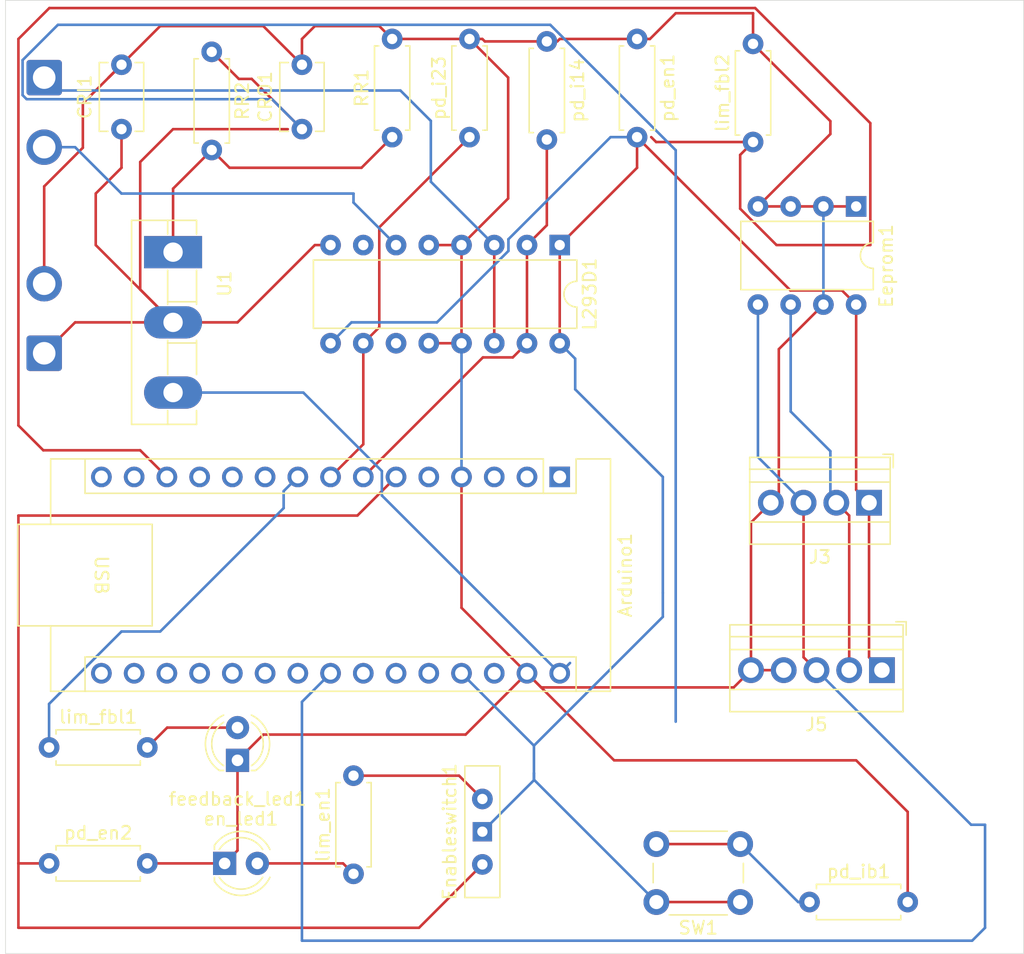
<source format=kicad_pcb>
(kicad_pcb (version 20240108) (generator "pcbnew") (generator_version "8.0")
  (layers (0 "F.Cu" signal) (31 "B.Cu" signal) (34 "B.Paste" user) (35 "F.Paste" user) (36 "B.SilkS" user "B.Silkscreen") (37 "F.SilkS" user "F.Silkscreen") (38 "B.Mask" user) (39 "F.Mask" user) (44 "Edge.Cuts" user))
  (net 0 "")
  (net 2 "+12C")
  (net 3 "Net-(Arduino1-D4)")
  (net 4 "GND")
  (net 9 "Net-(Arduino1-VIN)")
  (net 12 "Net-(Arduino1-D10)")
  (net 13 "Net-(Arduino1-A4)")
  (net 19 "Net-(J2-Pin_2)")
  (net 22 "Net-(J2-Pin_1)")
  (net 24 "Net-(Arduino1-D5)")
  (net 26 "+5V")
  (net 28 "unconnected-(L293D1-2A-Pad7)")
  (net 30 "Net-(Enableswitch1-A)")
  (net 31 "Net-(feedback_led1-A)")
  (net 32 "Net-(en_led1-A)")
  (net 35 "Net-(Arduino1-D6)")
  (net 37 "Net-(Arduino1-D3)")
  (net 39 "Net-(Arduino1-A5)")
  (net 40 "Net-(SW1-Pad2)")
  (net 41 "Net-(U1-ADJ)")
  (footprint "Connector_Wire:SolderWire-1sqmm_1x02_P5.4mm_D1.4mm_OD2.7mm" (layer "F.Cu") (at 32 77.4 90)
    (property "Reference" "J1" (hide yes))
    (property "Value" "12V_in")
    (pad "1" thru_hole roundrect (at 0 0 90) (size 2.75 2.75) (drill 1.75) (layers "*.Cu" "*.Mask") (roundrect_rratio 0.090909) (net 2 "+12C"))
    (pad "2" thru_hole circle (at 5.4 0 90) (size 2.75 2.75) (drill 1.75) (layers "*.Cu" "*.Mask") (net 4 "GND"))
  )
  (footprint "LED_THT:LED_D4.0mm" (layer "F.Cu") (at 47 109 90)
    (property "Reference" "feedback_led1" (at -3 0 0) (layer "F.SilkS"))
    (property "Value" "LED")
    (fp_line (start -0.79 -1.399) (end -0.79 -1.08) (stroke (width 0.12)) (layer "F.SilkS"))
    (fp_line (start -0.79 1.08) (end -0.79 1.399) (stroke (width 0.12)) (layer "F.SilkS"))
    (fp_arc (start -0.79 -1.398749) (mid 1.453519 -2.483228) (end 3.513242 -1.080724) (stroke (width 0.12)) (layer "F.SilkS"))
    (fp_arc (start -0.41333 -1.08) (mid 1.269429 -2) (end 2.952713 -1.080961) (stroke (width 0.12)) (layer "F.SilkS"))
    (fp_arc (start 3.513242 1.080724) (mid 1.453519 2.483228) (end -0.79 1.398749) (stroke (width 0.12)) (layer "F.SilkS"))
    (fp_arc (start 2.952713 1.080961) (mid 1.269429 2) (end -0.41333 1.08) (stroke (width 0.12)) (layer "F.SilkS"))
    (pad "1" thru_hole rect (at 0 0 90) (size 1.8 1.8) (drill 0.9) (layers "*.Cu" "*.Mask") (net 4 "GND"))
    (pad "2" thru_hole circle (at 2.54 0 90) (size 1.8 1.8) (drill 0.9) (layers "*.Cu" "*.Mask") (net 31 "Net-(feedback_led1-A)"))
  )
  (footprint "Resistor_THT:R_Axial_DIN0207_L6.3mm_D2.5mm_P7.62mm_Horizontal" (layer "F.Cu") (at 65 60.62 90)
    (property "Reference" "pd_i23" (at 3.81 -2.37 90) (layer "F.SilkS"))
    (property "Value" "R" (hide yes))
    (fp_line (start 7.08 -1.37) (end 7.08 -1.04) (stroke (width 0.12)) (layer "F.SilkS"))
    (fp_line (start 0.54 -1.37) (end 7.08 -1.37) (stroke (width 0.12)) (layer "F.SilkS"))
    (fp_line (start 0.54 -1.04) (end 0.54 -1.37) (stroke (width 0.12)) (layer "F.SilkS"))
    (fp_line (start 0.54 1.04) (end 0.54 1.37) (stroke (width 0.12)) (layer "F.SilkS"))
    (fp_line (start 7.08 1.37) (end 7.08 1.04) (stroke (width 0.12)) (layer "F.SilkS"))
    (fp_line (start 0.54 1.37) (end 7.08 1.37) (stroke (width 0.12)) (layer "F.SilkS"))
    (pad "1" thru_hole circle (at 0 0 90) (size 1.6 1.6) (drill 0.8) (layers "*.Cu" "*.Mask") (net 24 "Net-(Arduino1-D5)"))
    (pad "2" thru_hole oval (at 7.62 0 90) (size 1.6 1.6) (drill 0.8) (layers "*.Cu" "*.Mask") (net 4 "GND"))
  )
  (footprint "Connector_Wire:SolderWire-1sqmm_1x02_P5.4mm_D1.4mm_OD2.7mm" (layer "F.Cu") (at 32 56 -90)
    (property "Reference" "J2" (hide yes))
    (property "Value" "to_clock")
    (pad "1" thru_hole roundrect (at 0 0 270) (size 2.75 2.75) (drill 1.75) (layers "*.Cu" "*.Mask") (roundrect_rratio 0.090909) (net 22 "Net-(J2-Pin_1)"))
    (pad "2" thru_hole circle (at 5.4 0 270) (size 2.75 2.75) (drill 1.75) (layers "*.Cu" "*.Mask") (net 19 "Net-(J2-Pin_2)"))
  )
  (footprint "Capacitor_THT:C_Disc_D5.1mm_W3.2mm_P5.00mm" (layer "F.Cu") (at 52 60 90)
    (property "Reference" "CRO1" (at 2.5 -2.85 90) (layer "F.SilkS"))
    (property "Value" "10uF")
    (fp_line (start 5.17 -1.721) (end 5.17 -1.055) (stroke (width 0.12)) (layer "F.SilkS"))
    (fp_line (start -0.17 -1.721) (end 5.17 -1.721) (stroke (width 0.12)) (layer "F.SilkS"))
    (fp_line (start -0.17 -1.721) (end -0.17 -1.055) (stroke (width 0.12)) (layer "F.SilkS"))
    (fp_line (start 5.17 1.055) (end 5.17 1.721) (stroke (width 0.12)) (layer "F.SilkS"))
    (fp_line (start -0.17 1.055) (end -0.17 1.721) (stroke (width 0.12)) (layer "F.SilkS"))
    (fp_line (start -0.17 1.721) (end 5.17 1.721) (stroke (width 0.12)) (layer "F.SilkS"))
    (pad "1" thru_hole circle (at 0 0 90) (size 1.6 1.6) (drill 0.8) (layers "*.Cu" "*.Mask") (net 9 "Net-(Arduino1-VIN)"))
    (pad "2" thru_hole circle (at 5 0 90) (size 1.6 1.6) (drill 0.8) (layers "*.Cu" "*.Mask") (net 4 "GND"))
  )
  (footprint "Resistor_THT:R_Axial_DIN0207_L6.3mm_D2.5mm_P7.62mm_Horizontal" (layer "F.Cu") (at 32.38 108)
    (property "Reference" "lim_fbl1" (at 3.81 -2.37 0) (layer "F.SilkS"))
    (property "Value" "R")
    (fp_line (start 0.54 -1.37) (end 7.08 -1.37) (stroke (width 0.12)) (layer "F.SilkS"))
    (fp_line (start 0.54 -1.04) (end 0.54 -1.37) (stroke (width 0.12)) (layer "F.SilkS"))
    (fp_line (start 0.54 1.04) (end 0.54 1.37) (stroke (width 0.12)) (layer "F.SilkS"))
    (fp_line (start 0.54 1.37) (end 7.08 1.37) (stroke (width 0.12)) (layer "F.SilkS"))
    (fp_line (start 7.08 -1.37) (end 7.08 -1.04) (stroke (width 0.12)) (layer "F.SilkS"))
    (fp_line (start 7.08 1.37) (end 7.08 1.04) (stroke (width 0.12)) (layer "F.SilkS"))
    (pad "1" thru_hole circle (at 0 0) (size 1.6 1.6) (drill 0.8) (layers "*.Cu" "*.Mask") (net 35 "Net-(Arduino1-D6)"))
    (pad "2" thru_hole oval (at 7.62 0) (size 1.6 1.6) (drill 0.8) (layers "*.Cu" "*.Mask") (net 31 "Net-(feedback_led1-A)"))
  )
  (footprint "Resistor_THT:R_Axial_DIN0207_L6.3mm_D2.5mm_P7.62mm_Horizontal" (layer "F.Cu") (at 91.38 120)
    (property "Reference" "pd_ib1" (at 3.81 -2.37 0) (layer "F.SilkS"))
    (property "Value" "R")
    (fp_line (start 0.54 -1.37) (end 7.08 -1.37) (stroke (width 0.12)) (layer "F.SilkS"))
    (fp_line (start 0.54 -1.04) (end 0.54 -1.37) (stroke (width 0.12)) (layer "F.SilkS"))
    (fp_line (start 0.54 1.04) (end 0.54 1.37) (stroke (width 0.12)) (layer "F.SilkS"))
    (fp_line (start 0.54 1.37) (end 7.08 1.37) (stroke (width 0.12)) (layer "F.SilkS"))
    (fp_line (start 7.08 -1.37) (end 7.08 -1.04) (stroke (width 0.12)) (layer "F.SilkS"))
    (fp_line (start 7.08 1.37) (end 7.08 1.04) (stroke (width 0.12)) (layer "F.SilkS"))
    (pad "1" thru_hole circle (at 0 0) (size 1.6 1.6) (drill 0.8) (layers "*.Cu" "*.Mask") (net 40 "Net-(SW1-Pad2)"))
    (pad "2" thru_hole oval (at 7.62 0) (size 1.6 1.6) (drill 0.8) (layers "*.Cu" "*.Mask") (net 4 "GND"))
  )
  (footprint "Resistor_THT:R_Axial_DIN0207_L6.3mm_D2.5mm_P7.62mm_Horizontal" (layer "F.Cu") (at 45 54 -90)
    (property "Reference" "RR2" (at 3.81 -2.37 90) (layer "F.SilkS"))
    (property "Value" "330")
    (fp_line (start 0.54 1.37) (end 7.08 1.37) (stroke (width 0.12)) (layer "F.SilkS"))
    (fp_line (start 7.08 1.37) (end 7.08 1.04) (stroke (width 0.12)) (layer "F.SilkS"))
    (fp_line (start 0.54 1.04) (end 0.54 1.37) (stroke (width 0.12)) (layer "F.SilkS"))
    (fp_line (start 0.54 -1.04) (end 0.54 -1.37) (stroke (width 0.12)) (layer "F.SilkS"))
    (fp_line (start 0.54 -1.37) (end 7.08 -1.37) (stroke (width 0.12)) (layer "F.SilkS"))
    (fp_line (start 7.08 -1.37) (end 7.08 -1.04) (stroke (width 0.12)) (layer "F.SilkS"))
    (pad "1" thru_hole circle (at 0 0 270) (size 1.6 1.6) (drill 0.8) (layers "*.Cu" "*.Mask") (net 9 "Net-(Arduino1-VIN)"))
    (pad "2" thru_hole oval (at 7.62 0 270) (size 1.6 1.6) (drill 0.8) (layers "*.Cu" "*.Mask") (net 41 "Net-(U1-ADJ)"))
  )
  (footprint "Package_TO_SOT_THT:TO-3PB-3_Vertical" (layer "F.Cu") (at 42 69.55 -90)
    (property "Reference" "U1" (at 2.45 -4 90) (layer "F.SilkS"))
    (property "Value" "LM350_TO3")
    (fp_line (start -2.47 3.22) (end 13.37 3.22) (stroke (width 0.12)) (layer "F.SilkS"))
    (fp_line (start -2.47 0.421) (end -1.4 0.421) (stroke (width 0.12)) (layer "F.SilkS"))
    (fp_line (start 1.4 0.421) (end 4.051 0.421) (stroke (width 0.12)) (layer "F.SilkS"))
    (fp_line (start 6.85 0.421) (end 9.5 0.421) (stroke (width 0.12)) (layer "F.SilkS"))
    (fp_line (start 12.3 0.421) (end 13.37 0.421) (stroke (width 0.12)) (layer "F.SilkS"))
    (fp_line (start -2.47 -1.82) (end -2.47 3.22) (stroke (width 0.12)) (layer "F.SilkS"))
    (fp_line (start -2.47 -1.82) (end -1.4 -1.82) (stroke (width 0.12)) (layer "F.SilkS"))
    (fp_line (start 1.4 -1.82) (end 4.051 -1.82) (stroke (width 0.12)) (layer "F.SilkS"))
    (fp_line (start 3.85 -1.82) (end 3.85 0.421) (stroke (width 0.12)) (layer "F.SilkS"))
    (fp_line (start 6.85 -1.82) (end 9.5 -1.82) (stroke (width 0.12)) (layer "F.SilkS"))
    (fp_line (start 7.051 -1.82) (end 7.051 0.421) (stroke (width 0.12)) (layer "F.SilkS"))
    (fp_line (start 12.3 -1.82) (end 13.37 -1.82) (stroke (width 0.12)) (layer "F.SilkS"))
    (fp_line (start 13.37 -1.82) (end 13.37 3.22) (stroke (width 0.12)) (layer "F.SilkS"))
    (pad "1" thru_hole rect (at 0 0 270) (size 2.5 4.5) (drill 1.5) (layers "*.Cu" "*.Mask") (net 41 "Net-(U1-ADJ)"))
    (pad "2" thru_hole oval (at 5.45 0 270) (size 2.5 4.5) (drill 1.5) (layers "*.Cu" "*.Mask") (net 2 "+12C"))
    (pad "3" thru_hole oval (at 10.9 0 270) (size 2.5 4.5) (drill 1.5) (layers "*.Cu" "*.Mask") (net 9 "Net-(Arduino1-VIN)"))
  )
  (footprint "Package_DIP:DIP-8_W7.62mm" (layer "F.Cu") (at 95 66 -90)
    (property "Reference" "Eeprom1" (at 4.62 -2.33 90) (layer "F.SilkS"))
    (property "Value" "CAT24C256")
    (fp_line (start 1.16 8.95) (end 6.46 8.95) (stroke (width 0.12)) (layer "F.SilkS"))
    (fp_line (start 6.46 8.95) (end 6.46 -1.33) (stroke (width 0.12)) (layer "F.SilkS"))
    (fp_line (start 1.16 -1.33) (end 1.16 8.95) (stroke (width 0.12)) (layer "F.SilkS"))
    (fp_line (start 2.81 -1.33) (end 1.16 -1.33) (stroke (width 0.12)) (layer "F.SilkS"))
    (fp_line (start 6.46 -1.33) (end 4.81 -1.33) (stroke (width 0.12)) (layer "F.SilkS"))
    (fp_arc (start 4.81 -1.33) (mid 3.81 -0.33) (end 2.81 -1.33) (stroke (width 0.12)) (layer "F.SilkS"))
    (pad "1" thru_hole rect (at 0 0 270) (size 1.6 1.6) (drill 0.8) (layers "*.Cu" "*.Mask") (net 4 "GND"))
    (pad "2" thru_hole oval (at 0 2.54 270) (size 1.6 1.6) (drill 0.8) (layers "*.Cu" "*.Mask") (net 4 "GND"))
    (pad "3" thru_hole oval (at 0 5.08 270) (size 1.6 1.6) (drill 0.8) (layers "*.Cu" "*.Mask") (net 4 "GND"))
    (pad "4" thru_hole oval (at 0 7.62 270) (size 1.6 1.6) (drill 0.8) (layers "*.Cu" "*.Mask") (net 4 "GND"))
    (pad "5" thru_hole oval (at 7.62 7.62 270) (size 1.6 1.6) (drill 0.8) (layers "*.Cu" "*.Mask") (net 13 "Net-(Arduino1-A4)"))
    (pad "6" thru_hole oval (at 7.62 5.08 270) (size 1.6 1.6) (drill 0.8) (layers "*.Cu" "*.Mask") (net 39 "Net-(Arduino1-A5)"))
    (pad "7" thru_hole oval (at 7.62 2.54 270) (size 1.6 1.6) (drill 0.8) (layers "*.Cu" "*.Mask") (net 4 "GND"))
    (pad "8" thru_hole oval (at 7.62 0 270) (size 1.6 1.6) (drill 0.8) (layers "*.Cu" "*.Mask") (net 26 "+5V"))
  )
  (footprint "Resistor_THT:R_Axial_DIN0207_L6.3mm_D2.5mm_P7.62mm_Horizontal" (layer "F.Cu") (at 32.38 117)
    (property "Reference" "pd_en2" (at 3.81 -2.37 0) (layer "F.SilkS"))
    (property "Value" "R")
    (fp_line (start 0.54 -1.37) (end 7.08 -1.37) (stroke (width 0.12)) (layer "F.SilkS"))
    (fp_line (start 0.54 -1.04) (end 0.54 -1.37) (stroke (width 0.12)) (layer "F.SilkS"))
    (fp_line (start 0.54 1.04) (end 0.54 1.37) (stroke (width 0.12)) (layer "F.SilkS"))
    (fp_line (start 0.54 1.37) (end 7.08 1.37) (stroke (width 0.12)) (layer "F.SilkS"))
    (fp_line (start 7.08 -1.37) (end 7.08 -1.04) (stroke (width 0.12)) (layer "F.SilkS"))
    (fp_line (start 7.08 1.37) (end 7.08 1.04) (stroke (width 0.12)) (layer "F.SilkS"))
    (pad "1" thru_hole circle (at 0 0) (size 1.6 1.6) (drill 0.8) (layers "*.Cu" "*.Mask") (net 37 "Net-(Arduino1-D3)"))
    (pad "2" thru_hole oval (at 7.62 0) (size 1.6 1.6) (drill 0.8) (layers "*.Cu" "*.Mask") (net 4 "GND"))
  )
  (footprint "Button_Switch_THT:SW_Slide-03_Wuerth-WS-SLTV_10x2.5x6.4_P2.54mm" (layer "F.Cu") (at 66 114.54 90)
    (property "Reference" "Enableswitch1" (at 0 -2.54 90) (layer "F.SilkS"))
    (property "Value" "~")
    (fp_rect (start -5.11 -1.36) (end 5.11 1.36) (stroke (width 0.12)) (fill none) (layer "F.SilkS"))
    (pad "1" thru_hole rect (at 0 0 90) (size 1.5 1.5) (drill 0.8) (layers "*.Cu" "*.Mask") (net 26 "+5V"))
    (pad "2" thru_hole circle (at -2.54 0 90) (size 1.6 1.6) (drill 0.8) (layers "*.Cu" "*.Mask") (net 37 "Net-(Arduino1-D3)"))
    (pad "3" thru_hole circle (at 2.54 0 90) (size 1.6 1.6) (drill 0.8) (layers "*.Cu" "*.Mask") (net 30 "Net-(Enableswitch1-A)"))
  )
  (footprint "Resistor_THT:R_Axial_DIN0207_L6.3mm_D2.5mm_P7.62mm_Horizontal" (layer "F.Cu") (at 78 53 -90)
    (property "Reference" "pd_en1" (at 3.81 -2.37 90) (layer "F.SilkS"))
    (property "Value" "R")
    (fp_line (start 0.54 1.37) (end 7.08 1.37) (stroke (width 0.12)) (layer "F.SilkS"))
    (fp_line (start 7.08 1.37) (end 7.08 1.04) (stroke (width 0.12)) (layer "F.SilkS"))
    (fp_line (start 0.54 1.04) (end 0.54 1.37) (stroke (width 0.12)) (layer "F.SilkS"))
    (fp_line (start 0.54 -1.04) (end 0.54 -1.37) (stroke (width 0.12)) (layer "F.SilkS"))
    (fp_line (start 0.54 -1.37) (end 7.08 -1.37) (stroke (width 0.12)) (layer "F.SilkS"))
    (fp_line (start 7.08 -1.37) (end 7.08 -1.04) (stroke (width 0.12)) (layer "F.SilkS"))
    (pad "1" thru_hole circle (at 0 0 270) (size 1.6 1.6) (drill 0.8) (layers "*.Cu" "*.Mask") (net 4 "GND"))
    (pad "2" thru_hole oval (at 7.62 0 270) (size 1.6 1.6) (drill 0.8) (layers "*.Cu" "*.Mask") (net 26 "+5V"))
  )
  (footprint "Capacitor_THT:C_Disc_D5.1mm_W3.2mm_P5.00mm" (layer "F.Cu") (at 38 60 90)
    (property "Reference" "CRI1" (at 2.5 -2.85 90) (layer "F.SilkS"))
    (property "Value" "0.1uf")
    (fp_line (start 5.17 -1.721) (end 5.17 -1.055) (stroke (width 0.12)) (layer "F.SilkS"))
    (fp_line (start -0.17 -1.721) (end 5.17 -1.721) (stroke (width 0.12)) (layer "F.SilkS"))
    (fp_line (start -0.17 -1.721) (end -0.17 -1.055) (stroke (width 0.12)) (layer "F.SilkS"))
    (fp_line (start 5.17 1.055) (end 5.17 1.721) (stroke (width 0.12)) (layer "F.SilkS"))
    (fp_line (start -0.17 1.055) (end -0.17 1.721) (stroke (width 0.12)) (layer "F.SilkS"))
    (fp_line (start -0.17 1.721) (end 5.17 1.721) (stroke (width 0.12)) (layer "F.SilkS"))
    (pad "1" thru_hole circle (at 0 0 90) (size 1.6 1.6) (drill 0.8) (layers "*.Cu" "*.Mask") (net 2 "+12C"))
    (pad "2" thru_hole circle (at 5 0 90) (size 1.6 1.6) (drill 0.8) (layers "*.Cu" "*.Mask") (net 4 "GND"))
  )
  (footprint "LED_THT:LED_D4.0mm" (layer "F.Cu") (at 46 117)
    (property "Reference" "en_led1" (at 1.27 -3.46 0) (layer "F.SilkS"))
    (property "Value" "LED")
    (fp_line (start -0.79 -1.399) (end -0.79 -1.08) (stroke (width 0.12)) (layer "F.SilkS"))
    (fp_line (start -0.79 1.08) (end -0.79 1.399) (stroke (width 0.12)) (layer "F.SilkS"))
    (fp_arc (start -0.79 -1.398749) (mid 1.453519 -2.483228) (end 3.513242 -1.080724) (stroke (width 0.12)) (layer "F.SilkS"))
    (fp_arc (start -0.41333 -1.08) (mid 1.269429 -2) (end 2.952713 -1.080961) (stroke (width 0.12)) (layer "F.SilkS"))
    (fp_arc (start 2.952713 1.080961) (mid 1.269429 2) (end -0.41333 1.08) (stroke (width 0.12)) (layer "F.SilkS"))
    (fp_arc (start 3.513242 1.080724) (mid 1.453519 2.483228) (end -0.79 1.398749) (stroke (width 0.12)) (layer "F.SilkS"))
    (pad "1" thru_hole rect (at 0 0) (size 1.8 1.8) (drill 0.9) (layers "*.Cu" "*.Mask") (net 4 "GND"))
    (pad "2" thru_hole circle (at 2.54 0) (size 1.8 1.8) (drill 0.9) (layers "*.Cu" "*.Mask") (net 32 "Net-(en_led1-A)"))
  )
  (footprint "Module:Arduino_Nano" (layer "F.Cu") (at 72 87 -90)
    (property "Reference" "Arduino1" (at 7.62 -5.08 90) (layer "F.SilkS"))
    (property "Value" "Arduino_Nano_v3.x")
    (fp_line (start 3.68 42.04) (end 3.68 31.62) (stroke (width 0.12)) (layer "F.SilkS"))
    (fp_line (start 11.56 42.04) (end 3.68 42.04) (stroke (width 0.12)) (layer "F.SilkS"))
    (fp_line (start -1.4 39.5) (end 3.68 39.5) (stroke (width 0.12)) (layer "F.SilkS"))
    (fp_line (start 16.64 39.5) (end 11.56 39.5) (stroke (width 0.12)) (layer "F.SilkS"))
    (fp_line (start 16.64 39.5) (end 16.64 -3.94) (stroke (width 0.12)) (layer "F.SilkS"))
    (fp_line (start 1.27 36.83) (end -1.4 36.83) (stroke (width 0.12)) (layer "F.SilkS"))
    (fp_line (start 13.97 36.83) (end 16.64 36.83) (stroke (width 0.12)) (layer "F.SilkS"))
    (fp_line (start 3.68 31.62) (end 11.56 31.62) (stroke (width 0.12)) (layer "F.SilkS"))
    (fp_line (start 11.56 31.62) (end 11.56 42.04) (stroke (width 0.12)) (layer "F.SilkS"))
    (fp_line (start -1.4 1.27) (end -1.4 39.5) (stroke (width 0.12)) (layer "F.SilkS"))
    (fp_line (start 1.27 1.27) (end 1.27 36.83) (stroke (width 0.12)) (layer "F.SilkS"))
    (fp_line (start 1.27 1.27) (end -1.4 1.27) (stroke (width 0.12)) (layer "F.SilkS"))
    (fp_line (start 1.27 1.27) (end 1.27 -1.27) (stroke (width 0.12)) (layer "F.SilkS"))
    (fp_line (start 1.27 -1.27) (end -1.4 -1.27) (stroke (width 0.12)) (layer "F.SilkS"))
    (fp_line (start 13.97 -1.27) (end 13.97 36.83) (stroke (width 0.12)) (layer "F.SilkS"))
    (fp_line (start 13.97 -1.27) (end 16.64 -1.27) (stroke (width 0.12)) (layer "F.SilkS"))
    (fp_line (start -1.4 -3.94) (end -1.4 -1.27) (stroke (width 0.12)) (layer "F.SilkS"))
    (fp_line (start 16.64 -3.94) (end -1.4 -3.94) (stroke (width 0.12)) (layer "F.SilkS"))
    (fp_text user "USB" (at 7.62 35.56 -90) (layer "F.SilkS"))
    (pad "1" thru_hole rect (at 0 0 270) (size 1.6 1.6) (drill 1) (layers "*.Cu" "*.Mask"))
    (pad "2" thru_hole oval (at 0 2.54 270) (size 1.6 1.6) (drill 1) (layers "*.Cu" "*.Mask"))
    (pad "3" thru_hole oval (at 0 5.08 270) (size 1.6 1.6) (drill 1) (layers "*.Cu" "*.Mask"))
    (pad "4" thru_hole oval (at 0 7.62 270) (size 1.6 1.6) (drill 1) (layers "*.Cu" "*.Mask") (net 4 "GND"))
    (pad "5" thru_hole oval (at 0 10.16 270) (size 1.6 1.6) (drill 1) (layers "*.Cu" "*.Mask"))
    (pad "6" thru_hole oval (at 0 12.7 270) (size 1.6 1.6) (drill 1) (layers "*.Cu" "*.Mask") (net 37 "Net-(Arduino1-D3)"))
    (pad "7" thru_hole oval (at 0 15.24 270) (size 1.6 1.6) (drill 1) (layers "*.Cu" "*.Mask") (net 3 "Net-(Arduino1-D4)"))
    (pad "8" thru_hole oval (at 0 17.78 270) (size 1.6 1.6) (drill 1) (layers "*.Cu" "*.Mask") (net 24 "Net-(Arduino1-D5)"))
    (pad "9" thru_hole oval (at 0 20.32 270) (size 1.6 1.6) (drill 1) (layers "*.Cu" "*.Mask") (net 35 "Net-(Arduino1-D6)"))
    (pad "10" thru_hole oval (at 0 22.86 270) (size 1.6 1.6) (drill 1) (layers "*.Cu" "*.Mask"))
    (pad "11" thru_hole oval (at 0 25.4 270) (size 1.6 1.6) (drill 1) (layers "*.Cu" "*.Mask"))
    (pad "12" thru_hole oval (at 0 27.94 270) (size 1.6 1.6) (drill 1) (layers "*.Cu" "*.Mask"))
    (pad "13" thru_hole oval (at 0 30.48 270) (size 1.6 1.6) (drill 1) (layers "*.Cu" "*.Mask") (net 12 "Net-(Arduino1-D10)"))
    (pad "14" thru_hole oval (at 0 33.02 270) (size 1.6 1.6) (drill 1) (layers "*.Cu" "*.Mask"))
    (pad "15" thru_hole oval (at 0 35.56 270) (size 1.6 1.6) (drill 1) (layers "*.Cu" "*.Mask"))
    (pad "16" thru_hole oval (at 15.24 35.56 270) (size 1.6 1.6) (drill 1) (layers "*.Cu" "*.Mask"))
    (pad "17" thru_hole oval (at 15.24 33.02 270) (size 1.6 1.6) (drill 1) (layers "*.Cu" "*.Mask"))
    (pad "18" thru_hole oval (at 15.24 30.48 270) (size 1.6 1.6) (drill 1) (layers "*.Cu" "*.Mask"))
    (pad "19" thru_hole oval (at 15.24 27.94 270) (size 1.6 1.6) (drill 1) (layers "*.Cu" "*.Mask"))
    (pad "20" thru_hole oval (at 15.24 25.4 270) (size 1.6 1.6) (drill 1) (layers "*.Cu" "*.Mask"))
    (pad "21" thru_hole oval (at 15.24 22.86 270) (size 1.6 1.6) (drill 1) (layers "*.Cu" "*.Mask"))
    (pad "22" thru_hole oval (at 15.24 20.32 270) (size 1.6 1.6) (drill 1) (layers "*.Cu" "*.Mask"))
    (pad "23" thru_hole oval (at 15.24 17.78 270) (size 1.6 1.6) (drill 1) (layers "*.Cu" "*.Mask") (net 13 "Net-(Arduino1-A4)"))
    (pad "24" thru_hole oval (at 15.24 15.24 270) (size 1.6 1.6) (drill 1) (layers "*.Cu" "*.Mask") (net 39 "Net-(Arduino1-A5)"))
    (pad "25" thru_hole oval (at 15.24 12.7 270) (size 1.6 1.6) (drill 1) (layers "*.Cu" "*.Mask"))
    (pad "26" thru_hole oval (at 15.24 10.16 270) (size 1.6 1.6) (drill 1) (layers "*.Cu" "*.Mask"))
    (pad "27" thru_hole oval (at 15.24 7.62 270) (size 1.6 1.6) (drill 1) (layers "*.Cu" "*.Mask") (net 26 "+5V"))
    (pad "28" thru_hole oval (at 15.24 5.08 270) (size 1.6 1.6) (drill 1) (layers "*.Cu" "*.Mask"))
    (pad "29" thru_hole oval (at 15.24 2.54 270) (size 1.6 1.6) (drill 1) (layers "*.Cu" "*.Mask") (net 4 "GND"))
    (pad "30" thru_hole oval (at 15.24 0 270) (size 1.6 1.6) (drill 1) (layers "*.Cu" "*.Mask") (net 9 "Net-(Arduino1-VIN)"))
  )
  (footprint "TerminalBlock:TerminalBlock_Xinya_XY308-2.54-5P_1x05_P2.54mm_Horizontal" (layer "F.Cu") (at 97 102 180)
    (property "Reference" "J5" (at 5.08 -4.22 0) (layer "F.SilkS"))
    (property "Value" "to_RTC")
    (fp_line (start 11.8 -3.22) (end 11.8 3.52) (stroke (width 0.12)) (layer "F.SilkS"))
    (fp_line (start -1.64 3.52) (end 11.8 3.52) (stroke (width 0.12)) (layer "F.SilkS"))
    (fp_line (start -1.64 2.6) (end 11.8 2.6) (stroke (width 0.12)) (layer "F.SilkS"))
    (fp_line (start -1.64 1.6) (end 11.8 1.6) (stroke (width 0.12)) (layer "F.SilkS"))
    (fp_line (start -1.64 -1.501) (end 11.8 -1.501) (stroke (width 0.12)) (layer "F.SilkS"))
    (fp_line (start -1.64 -3.22) (end 11.8 -3.22) (stroke (width 0.12)) (layer "F.SilkS"))
    (fp_line (start -1.64 -3.22) (end -1.64 3.52) (stroke (width 0.12)) (layer "F.SilkS"))
    (fp_line (start -1.88 3.76) (end -1.08 3.76) (stroke (width 0.12)) (layer "F.SilkS"))
    (fp_line (start -1.88 2.72) (end -1.88 3.76) (stroke (width 0.12)) (layer "F.SilkS"))
    (pad "1" thru_hole rect (at 0 0 180) (size 2 2) (drill 1.2) (layers "*.Cu" "*.Mask") (net 26 "+5V"))
    (pad "2" thru_hole circle (at 2.54 0 180) (size 2 2) (drill 1.2) (layers "*.Cu" "*.Mask") (net 39 "Net-(Arduino1-A5)"))
    (pad "3" thru_hole circle (at 5.08 0 180) (size 2 2) (drill 1.2) (layers "*.Cu" "*.Mask") (net 13 "Net-(Arduino1-A4)"))
    (pad "4" thru_hole circle (at 7.62 0 180) (size 2 2) (drill 1.2) (layers "*.Cu" "*.Mask") (net 4 "GND"))
    (pad "5" thru_hole circle (at 10.16 0 180) (size 2 2) (drill 1.2) (layers "*.Cu" "*.Mask") (net 4 "GND"))
  )
  (footprint "Package_DIP:DIP-16_W7.62mm" (layer "F.Cu") (at 72 69 -90)
    (property "Reference" "L293D1" (at 3.81 -2.33 90) (layer "F.SilkS"))
    (property "Value" "L293D")
    (fp_line (start 1.16 19.11) (end 6.46 19.11) (stroke (width 0.12)) (layer "F.SilkS"))
    (fp_line (start 6.46 19.11) (end 6.46 -1.33) (stroke (width 0.12)) (layer "F.SilkS"))
    (fp_line (start 1.16 -1.33) (end 1.16 19.11) (stroke (width 0.12)) (layer "F.SilkS"))
    (fp_line (start 2.81 -1.33) (end 1.16 -1.33) (stroke (width 0.12)) (layer "F.SilkS"))
    (fp_line (start 6.46 -1.33) (end 4.81 -1.33) (stroke (width 0.12)) (layer "F.SilkS"))
    (fp_arc (start 4.81 -1.33) (mid 3.81 -0.33) (end 2.81 -1.33) (stroke (width 0.12)) (layer "F.SilkS"))
    (pad "1" thru_hole rect (at 0 0 270) (size 1.6 1.6) (drill 0.8) (layers "*.Cu" "*.Mask") (net 26 "+5V"))
    (pad "2" thru_hole oval (at 0 2.54 270) (size 1.6 1.6) (drill 0.8) (layers "*.Cu" "*.Mask") (net 3 "Net-(Arduino1-D4)"))
    (pad "3" thru_hole oval (at 0 5.08 270) (size 1.6 1.6) (drill 0.8) (layers "*.Cu" "*.Mask") (net 22 "Net-(J2-Pin_1)"))
    (pad "4" thru_hole oval (at 0 7.62 270) (size 1.6 1.6) (drill 0.8) (layers "*.Cu" "*.Mask") (net 4 "GND"))
    (pad "5" thru_hole oval (at 0 10.16 270) (size 1.6 1.6) (drill 0.8) (layers "*.Cu" "*.Mask") (net 4 "GND"))
    (pad "6" thru_hole oval (at 0 12.7 270) (size 1.6 1.6) (drill 0.8) (layers "*.Cu" "*.Mask"))
    (pad "7" thru_hole oval (at 0 15.24 270) (size 1.6 1.6) (drill 0.8) (layers "*.Cu" "*.Mask") (net 28 "unconnected-(L293D1-2A-Pad7)"))
    (pad "8" thru_hole oval (at 0 17.78 270) (size 1.6 1.6) (drill 0.8) (layers "*.Cu" "*.Mask") (net 2 "+12C"))
    (pad "9" thru_hole oval (at 7.62 17.78 270) (size 1.6 1.6) (drill 0.8) (layers "*.Cu" "*.Mask") (net 26 "+5V"))
    (pad "10" thru_hole oval (at 7.62 15.24 270) (size 1.6 1.6) (drill 0.8) (layers "*.Cu" "*.Mask") (net 24 "Net-(Arduino1-D5)"))
    (pad "11" thru_hole oval (at 7.62 12.7 270) (size 1.6 1.6) (drill 0.8) (layers "*.Cu" "*.Mask") (net 19 "Net-(J2-Pin_2)"))
    (pad "12" thru_hole oval (at 7.62 10.16 270) (size 1.6 1.6) (drill 0.8) (layers "*.Cu" "*.Mask") (net 4 "GND"))
    (pad "13" thru_hole oval (at 7.62 7.62 270) (size 1.6 1.6) (drill 0.8) (layers "*.Cu" "*.Mask") (net 4 "GND"))
    (pad "14" thru_hole oval (at 7.62 5.08 270) (size 1.6 1.6) (drill 0.8) (layers "*.Cu" "*.Mask"))
    (pad "15" thru_hole oval (at 7.62 2.54 270) (size 1.6 1.6) (drill 0.8) (layers "*.Cu" "*.Mask"))
    (pad "16" thru_hole oval (at 7.62 0 270) (size 1.6 1.6) (drill 0.8) (layers "*.Cu" "*.Mask") (net 26 "+5V"))
  )
  (footprint "Resistor_THT:R_Axial_DIN0207_L6.3mm_D2.5mm_P7.62mm_Horizontal" (layer "F.Cu") (at 87 61 90)
    (property "Reference" "lim_fbl2" (at 3.81 -2.37 90) (layer "F.SilkS"))
    (property "Value" "R")
    (fp_line (start 7.08 -1.37) (end 7.08 -1.04) (stroke (width 0.12)) (layer "F.SilkS"))
    (fp_line (start 0.54 -1.37) (end 7.08 -1.37) (stroke (width 0.12)) (layer "F.SilkS"))
    (fp_line (start 0.54 -1.04) (end 0.54 -1.37) (stroke (width 0.12)) (layer "F.SilkS"))
    (fp_line (start 0.54 1.04) (end 0.54 1.37) (stroke (width 0.12)) (layer "F.SilkS"))
    (fp_line (start 7.08 1.37) (end 7.08 1.04) (stroke (width 0.12)) (layer "F.SilkS"))
    (fp_line (start 0.54 1.37) (end 7.08 1.37) (stroke (width 0.12)) (layer "F.SilkS"))
    (pad "1" thru_hole circle (at 0 0 90) (size 1.6 1.6) (drill 0.8) (layers "*.Cu" "*.Mask") (net 12 "Net-(Arduino1-D10)"))
    (pad "2" thru_hole oval (at 7.62 0 90) (size 1.6 1.6) (drill 0.8) (layers "*.Cu" "*.Mask") (net 4 "GND"))
  )
  (footprint "Resistor_THT:R_Axial_DIN0207_L6.3mm_D2.5mm_P7.62mm_Horizontal" (layer "F.Cu") (at 56 117.81 90)
    (property "Reference" "lim_en1" (at 3.81 -2.37 90) (layer "F.SilkS"))
    (property "Value" "R")
    (fp_line (start 7.08 -1.37) (end 7.08 -1.04) (stroke (width 0.12)) (layer "F.SilkS"))
    (fp_line (start 0.54 -1.37) (end 7.08 -1.37) (stroke (width 0.12)) (layer "F.SilkS"))
    (fp_line (start 0.54 -1.04) (end 0.54 -1.37) (stroke (width 0.12)) (layer "F.SilkS"))
    (fp_line (start 0.54 1.04) (end 0.54 1.37) (stroke (width 0.12)) (layer "F.SilkS"))
    (fp_line (start 7.08 1.37) (end 7.08 1.04) (stroke (width 0.12)) (layer "F.SilkS"))
    (fp_line (start 0.54 1.37) (end 7.08 1.37) (stroke (width 0.12)) (layer "F.SilkS"))
    (pad "1" thru_hole circle (at 0 0 90) (size 1.6 1.6) (drill 0.8) (layers "*.Cu" "*.Mask") (net 32 "Net-(en_led1-A)"))
    (pad "2" thru_hole oval (at 7.62 0 90) (size 1.6 1.6) (drill 0.8) (layers "*.Cu" "*.Mask") (net 30 "Net-(Enableswitch1-A)"))
  )
  (footprint "Resistor_THT:R_Axial_DIN0207_L6.3mm_D2.5mm_P7.62mm_Horizontal" (layer "F.Cu") (at 71 53.19 -90)
    (property "Reference" "pd_i14" (at 3.81 -2.37 90) (layer "F.SilkS"))
    (property "Value" "R")
    (fp_line (start 0.54 1.37) (end 7.08 1.37) (stroke (width 0.12)) (layer "F.SilkS"))
    (fp_line (start 7.08 1.37) (end 7.08 1.04) (stroke (width 0.12)) (layer "F.SilkS"))
    (fp_line (start 0.54 1.04) (end 0.54 1.37) (stroke (width 0.12)) (layer "F.SilkS"))
    (fp_line (start 0.54 -1.04) (end 0.54 -1.37) (stroke (width 0.12)) (layer "F.SilkS"))
    (fp_line (start 0.54 -1.37) (end 7.08 -1.37) (stroke (width 0.12)) (layer "F.SilkS"))
    (fp_line (start 7.08 -1.37) (end 7.08 -1.04) (stroke (width 0.12)) (layer "F.SilkS"))
    (pad "1" thru_hole circle (at 0 0 270) (size 1.6 1.6) (drill 0.8) (layers "*.Cu" "*.Mask") (net 4 "GND"))
    (pad "2" thru_hole oval (at 7.62 0 270) (size 1.6 1.6) (drill 0.8) (layers "*.Cu" "*.Mask") (net 3 "Net-(Arduino1-D4)"))
  )
  (footprint "Button_Switch_THT:SW_PUSH_6mm" (layer "F.Cu") (at 86 120 180)
    (property "Reference" "SW1" (at 3.25 -2 0) (layer "F.SilkS"))
    (property "Value" "SW_Push" (hide yes))
    (fp_line (start 6.75 3) (end 6.75 1.5) (stroke (width 0.12)) (layer "F.SilkS"))
    (fp_line (start 5.5 -1) (end 1 -1) (stroke (width 0.12)) (layer "F.SilkS"))
    (fp_line (start 1 5.5) (end 5.5 5.5) (stroke (width 0.12)) (layer "F.SilkS"))
    (fp_line (start -0.25 1.5) (end -0.25 3) (stroke (width 0.12)) (layer "F.SilkS"))
    (pad "1" thru_hole circle (at 0 0 270) (size 2 2) (drill 1.1) (layers "*.Cu" "*.Mask") (net 26 "+5V"))
    (pad "1" thru_hole circle (at 6.5 0 270) (size 2 2) (drill 1.1) (layers "*.Cu" "*.Mask") (net 26 "+5V"))
    (pad "2" thru_hole circle (at 0 4.5 270) (size 2 2) (drill 1.1) (layers "*.Cu" "*.Mask") (net 40 "Net-(SW1-Pad2)"))
    (pad "2" thru_hole circle (at 6.5 4.5 270) (size 2 2) (drill 1.1) (layers "*.Cu" "*.Mask") (net 40 "Net-(SW1-Pad2)"))
  )
  (footprint "TerminalBlock:TerminalBlock_Xinya_XY308-2.54-4P_1x04_P2.54mm_Horizontal" (layer "F.Cu") (at 96 89 180)
    (property "Reference" "J3" (at 3.81 -4.22 0) (layer "F.SilkS"))
    (property "Value" "to_LCD")
    (fp_line (start 9.26 -3.22) (end 9.26 3.52) (stroke (width 0.12)) (layer "F.SilkS"))
    (fp_line (start -1.64 3.52) (end 9.26 3.52) (stroke (width 0.12)) (layer "F.SilkS"))
    (fp_line (start -1.64 2.6) (end 9.26 2.6) (stroke (width 0.12)) (layer "F.SilkS"))
    (fp_line (start -1.64 1.6) (end 9.26 1.6) (stroke (width 0.12)) (layer "F.SilkS"))
    (fp_line (start -1.64 -1.501) (end 9.26 -1.501) (stroke (width 0.12)) (layer "F.SilkS"))
    (fp_line (start -1.64 -3.22) (end 9.26 -3.22) (stroke (width 0.12)) (layer "F.SilkS"))
    (fp_line (start -1.64 -3.22) (end -1.64 3.52) (stroke (width 0.12)) (layer "F.SilkS"))
    (fp_line (start -1.88 3.76) (end -1.08 3.76) (stroke (width 0.12)) (layer "F.SilkS"))
    (fp_line (start -1.88 2.72) (end -1.88 3.76) (stroke (width 0.12)) (layer "F.SilkS"))
    (pad "1" thru_hole rect (at 0 0 180) (size 2 2) (drill 1.2) (layers "*.Cu" "*.Mask") (net 26 "+5V"))
    (pad "2" thru_hole circle (at 2.54 0 180) (size 2 2) (drill 1.2) (layers "*.Cu" "*.Mask") (net 39 "Net-(Arduino1-A5)"))
    (pad "3" thru_hole circle (at 5.08 0 180) (size 2 2) (drill 1.2) (layers "*.Cu" "*.Mask") (net 13 "Net-(Arduino1-A4)"))
    (pad "4" thru_hole circle (at 7.62 0 180) (size 2 2) (drill 1.2) (layers "*.Cu" "*.Mask") (net 4 "GND"))
  )
  (footprint "Resistor_THT:R_Axial_DIN0207_L6.3mm_D2.5mm_P7.62mm_Horizontal" (layer "F.Cu") (at 59 60.62 90)
    (property "Reference" "RR1" (at 3.81 -2.37 90) (layer "F.SilkS"))
    (property "Value" "1k")
    (fp_line (start 7.08 -1.37) (end 7.08 -1.04) (stroke (width 0.12)) (layer "F.SilkS"))
    (fp_line (start 0.54 -1.37) (end 7.08 -1.37) (stroke (width 0.12)) (layer "F.SilkS"))
    (fp_line (start 0.54 -1.04) (end 0.54 -1.37) (stroke (width 0.12)) (layer "F.SilkS"))
    (fp_line (start 0.54 1.04) (end 0.54 1.37) (stroke (width 0.12)) (layer "F.SilkS"))
    (fp_line (start 7.08 1.37) (end 7.08 1.04) (stroke (width 0.12)) (layer "F.SilkS"))
    (fp_line (start 0.54 1.37) (end 7.08 1.37) (stroke (width 0.12)) (layer "F.SilkS"))
    (pad "1" thru_hole circle (at 0 0 90) (size 1.6 1.6) (drill 0.8) (layers "*.Cu" "*.Mask") (net 41 "Net-(U1-ADJ)"))
    (pad "2" thru_hole oval (at 7.62 0 90) (size 1.6 1.6) (drill 0.8) (layers "*.Cu" "*.Mask") (net 4 "GND"))
  )
  (gr_rect (start 29 50) (end 108 124) (stroke (width 0.05)) (fill none) (layer "Edge.Cuts"))
  (segment (start 42 75) (end 36 69) (width 0.2) (layer "F.Cu") (net 2))
  (segment (start 47 75) (end 53 69) (width 0.2) (layer "F.Cu") (net 2))
  (segment (start 38 63) (end 38 60) (width 0.2) (layer "F.Cu") (net 2))
  (segment (start 36 65) (end 38 63) (width 0.2) (layer "F.Cu") (net 2))
  (segment (start 39.45 62.55) (end 42 60) (width 0.2) (layer "F.Cu") (net 2))
  (segment (start 42 75) (end 47 75) (width 0.2) (layer "F.Cu") (net 2))
  (segment (start 54.22 69) (end 53 69) (width 0.2) (layer "F.Cu") (net 2))
  (segment (start 36 69) (end 36 65) (width 0.2) (layer "F.Cu") (net 2))
  (segment (start 42 60) (end 50.9 60) (width 0.2) (layer "F.Cu") (net 2))
  (segment (start 42 75) (end 39.45 72.45) (width 0.2) (layer "F.Cu") (net 2))
  (segment (start 42 75) (end 34.4 75) (width 0.2) (layer "F.Cu") (net 2))
  (segment (start 34.4 75) (end 32 77.4) (width 0.2) (layer "F.Cu") (net 2))
  (segment (start 39.45 72.45) (end 39.45 62.55) (width 0.2) (layer "F.Cu") (net 2))
  (segment (start 66.04 77.72) (end 56.76 87) (width 0.2) (layer "F.Cu") (net 3))
  (segment (start 68.36 77.72) (end 66.04 77.72) (width 0.2) (layer "F.Cu") (net 3))
  (segment (start 69.46 69) (end 69.46 76.62) (width 0.2) (layer "F.Cu") (net 3))
  (segment (start 69.46 76.62) (end 68.36 77.72) (width 0.2) (layer "F.Cu") (net 3))
  (segment (start 71 67.46) (end 69.46 69) (width 0.2) (layer "F.Cu") (net 3))
  (segment (start 71 60.81) (end 71 67.46) (width 0.2) (layer "F.Cu") (net 3))
  (segment (start 52 53) (end 53 52) (width 0.2) (layer "F.Cu") (net 4))
  (segment (start 64.38 69) (end 64.38 76.62) (width 0.2) (layer "F.Cu") (net 4))
  (segment (start 37 56) (end 38 55) (width 0.2) (layer "F.Cu") (net 4))
  (segment (start 49 52) (end 52 55) (width 0.2) (layer "F.Cu") (net 4))
  (segment (start 32 64.444365) (end 35 61.444365) (width 0.2) (layer "F.Cu") (net 4))
  (segment (start 93 60.38) (end 93 59.38) (width 0.2) (layer "F.Cu") (net 4))
  (segment (start 87.38 66) (end 93 60.38) (width 0.2) (layer "F.Cu") (net 4))
  (segment (start 65 53) (end 66 53) (width 0.2) (layer "F.Cu") (net 4))
  (segment (start 64.38 69) (end 68 65.38) (width 0.2) (layer "F.Cu") (net 4))
  (segment (start 92.46 66) (end 95 66) (width 0.2) (layer "F.Cu") (net 4))
  (segment (start 81 51) (end 87 51) (width 0.2) (layer "F.Cu") (net 4))
  (segment (start 64.7 107) (end 69.46 102.24) (width 0.2) (layer "F.Cu") (net 4))
  (segment (start 89.92 66) (end 92.46 66) (width 0.2) (layer "F.Cu") (net 4))
  (segment (start 35 61.444365) (end 35 58) (width 0.2) (layer "F.Cu") (net 4))
  (segment (start 47 109) (end 49 107) (width 0.2) (layer "F.Cu") (net 4))
  (segment (start 78 53) (end 79 53) (width 0.2) (layer "F.Cu") (net 4))
  (segment (start 64.38 97.16) (end 69.46 102.24) (width 0.2) (layer "F.Cu") (net 4))
  (segment (start 71 53.19) (end 71.81 53.19) (width 0.2) (layer "F.Cu") (net 4))
  (segment (start 66.19 53.19) (end 71 53.19) (width 0.2) (layer "F.Cu") (net 4))
  (segment (start 47 116) (end 46 117) (width 0.2) (layer "F.Cu") (net 4))
  (segment (start 58 52) (end 59 53) (width 0.2) (layer "F.Cu") (net 4))
  (segment (start 47 109) (end 47 116) (width 0.2) (layer "F.Cu") (net 4))
  (segment (start 95 109) (end 99 113) (width 0.2) (layer "F.Cu") (net 4))
  (segment (start 52 55) (end 52 53) (width 0.2) (layer "F.Cu") (net 4))
  (segment (start 37 56) (end 41 52) (width 0.2) (layer "F.Cu") (net 4))
  (segment (start 87 51) (end 87 53.38) (width 0.2) (layer "F.Cu") (net 4))
  (segment (start 41 52) (end 49 52) (width 0.2) (layer "F.Cu") (net 4))
  (segment (start 53 52) (end 58 52) (width 0.2) (layer "F.Cu") (net 4))
  (segment (start 68 56) (end 65 53) (width 0.2) (layer "F.Cu") (net 4))
  (segment (start 86.84 102) (end 89.38 102) (width 0.2) (layer "F.Cu") (net 4))
  (segment (start 87.38 66) (end 89.92 66) (width 0.2) (layer "F.Cu") (net 4))
  (segment (start 93 59.38) (end 87 53.38) (width 0.2) (layer "F.Cu") (net 4))
  (segment (start 72 53) (end 78 53) (width 0.2) (layer "F.Cu") (net 4))
  (segment (start 66 53) (end 66.19 53.19) (width 0.2) (layer "F.Cu") (net 4))
  (segment (start 85.5 103.34) (end 70.56 103.34) (width 0.2) (layer "F.Cu") (net 4))
  (segment (start 86.84 90.54) (end 86.84 102) (width 0.2) (layer "F.Cu") (net 4))
  (segment (start 69.46 102.24) (end 76.22 109) (width 0.2) (layer "F.Cu") (net 4))
  (segment (start 79 53) (end 81 51) (width 0.2) (layer "F.Cu") (net 4))
  (segment (start 86.84 102) (end 85.5 103.34) (width 0.2) (layer "F.Cu") (net 4))
  (segment (start 88.38 89) (end 89 88.38) (width 0.2) (layer "F.Cu") (net 4))
  (segment (start 89 77.08) (end 92.46 73.62) (width 0.2) (layer "F.Cu") (net 4))
  (segment (start 70.56 103.34) (end 69.46 102.24) (width 0.2) (layer "F.Cu") (net 4))
  (segment (start 68 65.38) (end 68 56) (width 0.2) (layer "F.Cu") (net 4))
  (segment (start 61.84 76.62) (end 64.38 76.62) (width 0.2) (layer "F.Cu") (net 4))
  (segment (start 89 88.38) (end 89 77.08) (width 0.2) (layer "F.Cu") (net 4))
  (segment (start 99 120) (end 99 113) (width 0.2) (layer "F.Cu") (net 4))
  (segment (start 49 107) (end 64.7 107) (width 0.2) (layer "F.Cu") (net 4))
  (segment (start 32 72) (end 32 64.444365) (width 0.2) (layer "F.Cu") (net 4))
  (segment (start 59 53) (end 65 53) (width 0.2) (layer "F.Cu") (net 4))
  (segment (start 40 117) (end 46 117) (width 0.2) (layer "F.Cu") (net 4))
  (segment (start 64.38 87) (end 64.38 97.16) (width 0.2) (layer "F.Cu") (net 4))
  (segment (start 71.81 53.19) (end 72 53) (width 0.2) (layer "F.Cu") (net 4))
  (segment (start 88.38 89) (end 86.84 90.54) (width 0.2) (layer "F.Cu") (net 4))
  (segment (start 76.22 109) (end 95 109) (width 0.2) (layer "F.Cu") (net 4))
  (segment (start 61.84 69) (end 64.38 69) (width 0.2) (layer "F.Cu") (net 4))
  (segment (start 35 58) (end 38 55) (width 0.2) (layer "F.Cu") (net 4))
  (segment (start 64.38 76.62) (end 64.38 87) (width 0.2) (layer "B.Cu") (net 4))
  (segment (start 92.46 66) (end 92.46 73.62) (width 0.2) (layer "B.Cu") (net 4))
  (segment (start 45 54) (end 47.1 56.1) (width 0.2) (layer "F.Cu") (net 9))
  (segment (start 48.1 56.1) (end 52 60) (width 0.2) (layer "F.Cu") (net 9))
  (segment (start 47.1 56.1) (end 48.1 56.1) (width 0.2) (layer "F.Cu") (net 9))
  (segment (start 30.640256 57.675) (end 30.325 57.359744) (width 0.2) (layer "B.Cu") (net 9))
  (segment (start 52 60) (end 49.675 57.675) (width 0.2) (layer "B.Cu") (net 9))
  (segment (start 42 80.45) (end 41.434365 80.45) (width 0.2) (layer "B.Cu") (net 9))
  (segment (start 49.675 57.675) (end 30.640256 57.675) (width 0.2) (layer "B.Cu") (net 9))
  (segment (start 81 61.634365) (end 81 106) (width 0.2) (layer "B.Cu") (net 9))
  (segment (start 33.065256 51.9) (end 71.265635 51.9) (width 0.2) (layer "B.Cu") (net 9))
  (segment (start 72 102.24) (end 72.799999 101.440001) (width 0.2) (layer "B.Cu") (net 9))
  (segment (start 30.325 54.640256) (end 33.065256 51.9) (width 0.2) (layer "B.Cu") (net 9))
  (segment (start 58.2 88.44) (end 72 102.24) (width 0.2) (layer "B.Cu") (net 9))
  (segment (start 58.2 86.544365) (end 58.2 88.44) (width 0.2) (layer "B.Cu") (net 9))
  (segment (start 52.105635 80.45) (end 58.2 86.544365) (width 0.2) (layer "B.Cu") (net 9))
  (segment (start 30.325 57.359744) (end 30.325 54.640256) (width 0.2) (layer "B.Cu") (net 9))
  (segment (start 42 80.45) (end 52.105635 80.45) (width 0.2) (layer "B.Cu") (net 9))
  (segment (start 71.265635 51.9) (end 81 61.634365) (width 0.2) (layer "B.Cu") (net 9))
  (segment (start 79.48 61) (end 79.1 60.62) (width 0.2) (layer "F.Cu") (net 12))
  (segment (start 96.1 59.534315) (end 96.1 69) (width 0.2) (layer "F.Cu") (net 12))
  (segment (start 88.824365 69) (end 86 66.175635) (width 0.2) (layer "F.Cu") (net 12))
  (segment (start 31.93 84.93) (end 30 83) (width 0.2) (layer "F.Cu") (net 12))
  (segment (start 41.52 87) (end 39.45 84.93) (width 0.2) (layer "F.Cu") (net 12))
  (segment (start 86 66.175635) (end 86 62) (width 0.2) (layer "F.Cu") (net 12))
  (segment (start 96.1 69) (end 88.824365 69) (width 0.2) (layer "F.Cu") (net 12))
  (segment (start 39.45 84.93) (end 31.93 84.93) (width 0.2) (layer "F.Cu") (net 12))
  (segment (start 30 83) (end 30 53) (width 0.2) (layer "F.Cu") (net 12))
  (segment (start 87.165685 50.6) (end 96.1 59.534315) (width 0.2) (layer "F.Cu") (net 12))
  (segment (start 87 61) (end 79.48 61) (width 0.2) (layer "F.Cu") (net 12))
  (segment (start 30 53) (end 32.4 50.6) (width 0.2) (layer "F.Cu") (net 12))
  (segment (start 86 62) (end 87 61) (width 0.2) (layer "F.Cu") (net 12))
  (segment (start 32.4 50.6) (end 87.165685 50.6) (width 0.2) (layer "F.Cu") (net 12))
  (segment (start 90.92 89) (end 90.92 101) (width 0.2) (layer "F.Cu") (net 13))
  (segment (start 90.92 101) (end 91.92 102) (width 0.2) (layer "F.Cu") (net 13))
  (segment (start 91.92 102) (end 103.92 114) (width 0.2) (layer "B.Cu") (net 13))
  (segment (start 52 104.46) (end 54.22 102.24) (width 0.2) (layer "B.Cu") (net 13))
  (segment (start 87.38 73.62) (end 87.38 85.46) (width 0.2) (layer "B.Cu") (net 13))
  (segment (start 105 114) (end 105 122) (width 0.2) (layer "B.Cu") (net 13))
  (segment (start 52 123) (end 52 104.46) (width 0.2) (layer "B.Cu") (net 13))
  (segment (start 103.92 114) (end 105 114) (width 0.2) (layer "B.Cu") (net 13))
  (segment (start 87.38 85.46) (end 90.92 89) (width 0.2) (layer "B.Cu") (net 13))
  (segment (start 104 123) (end 52 123) (width 0.2) (layer "B.Cu") (net 13))
  (segment (start 105 122) (end 104 123) (width 0.2) (layer "B.Cu") (net 13))
  (segment (start 32 61.4) (end 34.4 61.4) (width 0.2) (layer "B.Cu") (net 19))
  (segment (start 38 65) (end 56 65) (width 0.2) (layer "B.Cu") (net 19))
  (segment (start 56 65.7) (end 59.3 69) (width 0.2) (layer "B.Cu") (net 19))
  (segment (start 34.4 61.4) (end 38 65) (width 0.2) (layer "B.Cu") (net 19))
  (segment (start 56 65) (end 56 65.7) (width 0.2) (layer "B.Cu") (net 19))
  (segment (start 66.92 69) (end 66.92 76.62) (width 0.2) (layer "F.Cu") (net 22))
  (segment (start 62 59.36) (end 62 64.08) (width 0.2) (layer "B.Cu") (net 22))
  (segment (start 33 57) (end 59.64 57) (width 0.2) (layer "B.Cu") (net 22))
  (segment (start 32 56) (end 33 57) (width 0.2) (layer "B.Cu") (net 22))
  (segment (start 59.64 57) (end 62 59.36) (width 0.2) (layer "B.Cu") (net 22))
  (segment (start 62 64.08) (end 66.92 69) (width 0.2) (layer "B.Cu") (net 22))
  (segment (start 58 75.38) (end 56.76 76.62) (width 0.2) (layer "F.Cu") (net 24))
  (segment (start 65 60.62) (end 58 67.62) (width 0.2) (layer "F.Cu") (net 24))
  (segment (start 54 86.98) (end 54.22 86.76) (width 0.2) (layer "F.Cu") (net 24))
  (segment (start 58 67.62) (end 58 75.38) (width 0.2) (layer "F.Cu") (net 24))
  (segment (start 56.76 84.46) (end 54.22 87) (width 0.2) (layer "F.Cu") (net 24))
  (segment (start 56.76 76.62) (end 56.76 84.46) (width 0.2) (layer "F.Cu") (net 24))
  (segment (start 96 101) (end 97 102) (width 0.2) (layer "F.Cu") (net 26))
  (segment (start 89.9 72.52) (end 93.9 72.52) (width 0.2) (layer "F.Cu") (net 26))
  (segment (start 78 60.62) (end 78 63) (width 0.2) (layer "F.Cu") (net 26))
  (segment (start 95 88) (end 96 89) (width 0.2) (layer "F.Cu") (net 26))
  (segment (start 72 69) (end 72 76.62) (width 0.2) (layer "F.Cu") (net 26))
  (segment (start 86 120) (end 79.5 120) (width 0.2) (layer "F.Cu") (net 26))
  (segment (start 93.9 72.52) (end 95 73.62) (width 0.2) (layer "F.Cu") (net 26))
  (segment (start 96 89) (end 96 101) (width 0.2) (layer "F.Cu") (net 26))
  (segment (start 95 73.62) (end 95 88) (width 0.2) (layer "F.Cu") (net 26))
  (segment (start 78 60.62) (end 89.9 72.52) (width 0.2) (layer "F.Cu") (net 26))
  (segment (start 78 63) (end 72 69) (width 0.2) (layer "F.Cu") (net 26))
  (segment (start 78 60.62) (end 75.944365 60.62) (width 0.2) (layer "B.Cu") (net 26))
  (segment (start 70 110.54) (end 66 114.54) (width 0.2) (layer "B.Cu") (net 26))
  (segment (start 79.5 120) (end 70 110.5) (width 0.2) (layer "B.Cu") (net 26))
  (segment (start 68.02 69.455635) (end 62.475635 75) (width 0.2) (layer "B.Cu") (net 26))
  (segment (start 80 97.86) (end 70 107.86) (width 0.2) (layer "B.Cu") (net 26))
  (segment (start 73.199999 80.199999) (end 80 87) (width 0.2) (layer "B.Cu") (net 26))
  (segment (start 73.199999 77.819999) (end 73.199999 80.199999) (width 0.2) (layer "B.Cu") (net 26))
  (segment (start 55.84 75) (end 54.22 76.62) (width 0.2) (layer "B.Cu") (net 26))
  (segment (start 64.38 102.24) (end 70 107.86) (width 0.2) (layer "B.Cu") (net 26))
  (segment (start 70 110) (end 70 110.54) (width 0.2) (layer "B.Cu") (net 26))
  (segment (start 75.944365 60.62) (end 68.02 68.544365) (width 0.2) (layer "B.Cu") (net 26))
  (segment (start 70 110.5) (end 70 110) (width 0.2) (layer "B.Cu") (net 26))
  (segment (start 62.475635 75) (end 55.84 75) (width 0.2) (layer "B.Cu") (net 26))
  (segment (start 70 107.86) (end 70 110) (width 0.2) (layer "B.Cu") (net 26))
  (segment (start 72 76.62) (end 73.199999 77.819999) (width 0.2) (layer "B.Cu") (net 26))
  (segment (start 80 96) (end 80 97.86) (width 0.2) (layer "B.Cu") (net 26))
  (segment (start 80 87) (end 80 96) (width 0.2) (layer "B.Cu") (net 26))
  (segment (start 68.02 68.544365) (end 68.02 69.455635) (width 0.2) (layer "B.Cu") (net 26))
  (segment (start 56.76 68.86) (end 56.76 69) (width 0.2) (layer "F.Cu") (net 28))
  (segment (start 56 110.19) (end 64.19 110.19) (width 0.2) (layer "F.Cu") (net 30))
  (segment (start 64.19 110.19) (end 66 112) (width 0.2) (layer "F.Cu") (net 30))
  (segment (start 47 106.46) (end 41.54 106.46) (width 0.2) (layer "F.Cu") (net 31))
  (segment (start 41.54 106.46) (end 40 108) (width 0.2) (layer "F.Cu") (net 31))
  (segment (start 55.19 117) (end 56 117.81) (width 0.2) (layer "F.Cu") (net 32))
  (segment (start 48.54 117) (end 55.19 117) (width 0.2) (layer "F.Cu") (net 32))
  (segment (start 51.68 87) (end 50.58 88.1) (width 0.2) (layer "B.Cu") (net 35))
  (segment (start 32.38 104.62) (end 32.38 108) (width 0.2) (layer "B.Cu") (net 35))
  (segment (start 38 99) (end 32.38 104.62) (width 0.2) (layer "B.Cu") (net 35))
  (segment (start 50.58 88.1) (end 50.58 89.42) (width 0.2) (layer "B.Cu") (net 35))
  (segment (start 50.58 89.42) (end 41 99) (width 0.2) (layer "B.Cu") (net 35))
  (segment (start 41 99) (end 38 99) (width 0.2) (layer "B.Cu") (net 35))
  (segment (start 59.3 87) (end 56.3 90) (width 0.2) (layer "F.Cu") (net 37))
  (segment (start 30 90) (end 30 117) (width 0.2) (layer "F.Cu") (net 37))
  (segment (start 66 117.08) (end 61.08 122) (width 0.2) (layer "F.Cu") (net 37))
  (segment (start 56.3 90) (end 30 90) (width 0.2) (layer "F.Cu") (net 37))
  (segment (start 32.38 117) (end 30 117) (width 0.2) (layer "F.Cu") (net 37))
  (segment (start 30 122) (end 30 117) (width 0.2) (layer "F.Cu") (net 37))
  (segment (start 61.08 122) (end 30 122) (width 0.2) (layer "F.Cu") (net 37))
  (segment (start 94.46 90) (end 94.46 102) (width 0.2) (layer "F.Cu") (net 39))
  (segment (start 93.46 89) (end 94.46 90) (width 0.2) (layer "F.Cu") (net 39))
  (segment (start 89.92 81.92) (end 93 85) (width 0.2) (layer "B.Cu") (net 39))
  (segment (start 93 88.54) (end 93.46 89) (width 0.2) (layer "B.Cu") (net 39))
  (segment (start 93 85) (end 93 88.54) (width 0.2) (layer "B.Cu") (net 39))
  (segment (start 89.92 73.62) (end 89.92 81.92) (width 0.2) (layer "B.Cu") (net 39))
  (segment (start 79.5 115.5) (end 86 115.5) (width 0.2) (layer "F.Cu") (net 40))
  (segment (start 86 115.5) (end 90.5 120) (width 0.2) (layer "B.Cu") (net 40))
  (segment (start 90.5 120) (end 91.38 120) (width 0.2) (layer "B.Cu") (net 40))
  (segment (start 46.38 63) (end 56.62 63) (width 0.2) (layer "F.Cu") (net 41))
  (segment (start 42 69.55) (end 42 64.62) (width 0.2) (layer "F.Cu") (net 41))
  (segment (start 56.62 63) (end 59 60.62) (width 0.2) (layer "F.Cu") (net 41))
  (segment (start 42 64.62) (end 45 61.62) (width 0.2) (layer "F.Cu") (net 41))
  (segment (start 45 61.62) (end 46.38 63) (width 0.2) (layer "F.Cu") (net 41))
)
</source>
